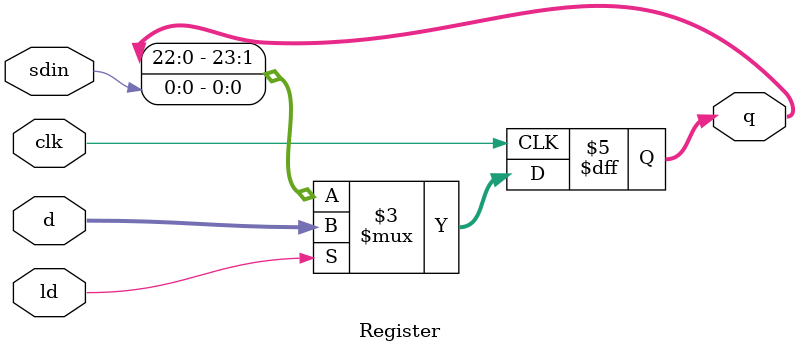
<source format=v>
module Register(d, ld, sdin, clk, q);
    parameter N=24;
    input ld, sdin, clk;
    input [N-1:0] d;
    output reg[N-1:0] q;
    always@(posedge clk)
       begin
           if(ld) q = d;
           else   q = {q[N-2:0], sdin};
       end
endmodule
</source>
